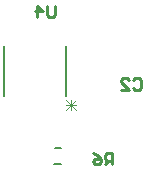
<source format=gbo>
%FSTAX25Y25*%
%MOIN*%
%SFA1B1*%

%IPPOS*%
%ADD12C,0.010000*%
%ADD13C,0.006000*%
%ADD14C,0.005910*%
%ADD15C,0.003000*%
%LNriver_level_sensor_datalogger-1*%
%LPD*%
G54D12*
X0257186Y014881D02*
X0257842Y0149466D01*
X0259154*
X025981Y014881*
Y0146186*
X0259154Y014553*
X0257842*
X0257186Y0146186*
X0253251Y014553D02*
X0255874D01*
X0253251Y0148154*
Y014881*
X0253907Y0149466*
X0255219*
X0255874Y014881*
X0250361Y0120727D02*
Y0124662D01*
X0248394*
X0247738Y0124006*
Y0122695*
X0248394Y0122039*
X0250361*
X0249049D02*
X0247738Y0120727D01*
X0243802Y0124662D02*
X0245114Y0124006D01*
X0246426Y0122695*
Y0121383*
X024577Y0120727*
X0244458*
X0243802Y0121383*
Y0122039*
X0244458Y0122695*
X0246426*
X0231267Y0173678D02*
Y0170398D01*
X0230611Y0169743*
X0229299*
X0228643Y0170398*
Y0173678*
X0225363Y0169743D02*
Y0173678D01*
X0227331Y017171*
X0224707*
G54D13*
X023505Y014355D02*
Y016025D01*
X021435Y014355D02*
Y016025D01*
G54D14*
X0231019Y0120742D02*
X0233283D01*
X0231117Y0126058D02*
X0233283D01*
G54D15*
X0238065Y0138925D02*
X0234733Y0142257D01*
Y0138925D02*
X0238065Y0142257D01*
X0236399Y0138925D02*
Y0142257D01*
X0234733Y0140591D02*
X0238065D01*
M02*
</source>
